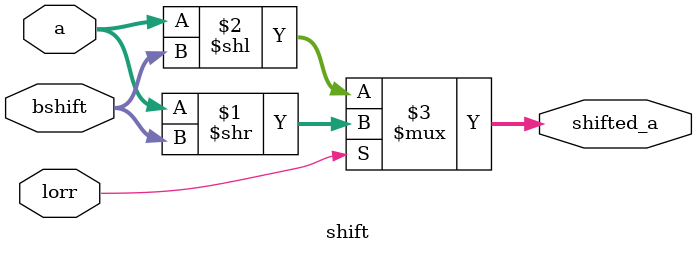
<source format=v>
`timescale 1ns / 1ps

module shift (
  input [4:0] a,
  input [1:0] bshift,
  input lorr,
  output [4:0] shifted_a
);
  assign shifted_a = lorr ? a >> bshift : a << bshift;
endmodule

</source>
